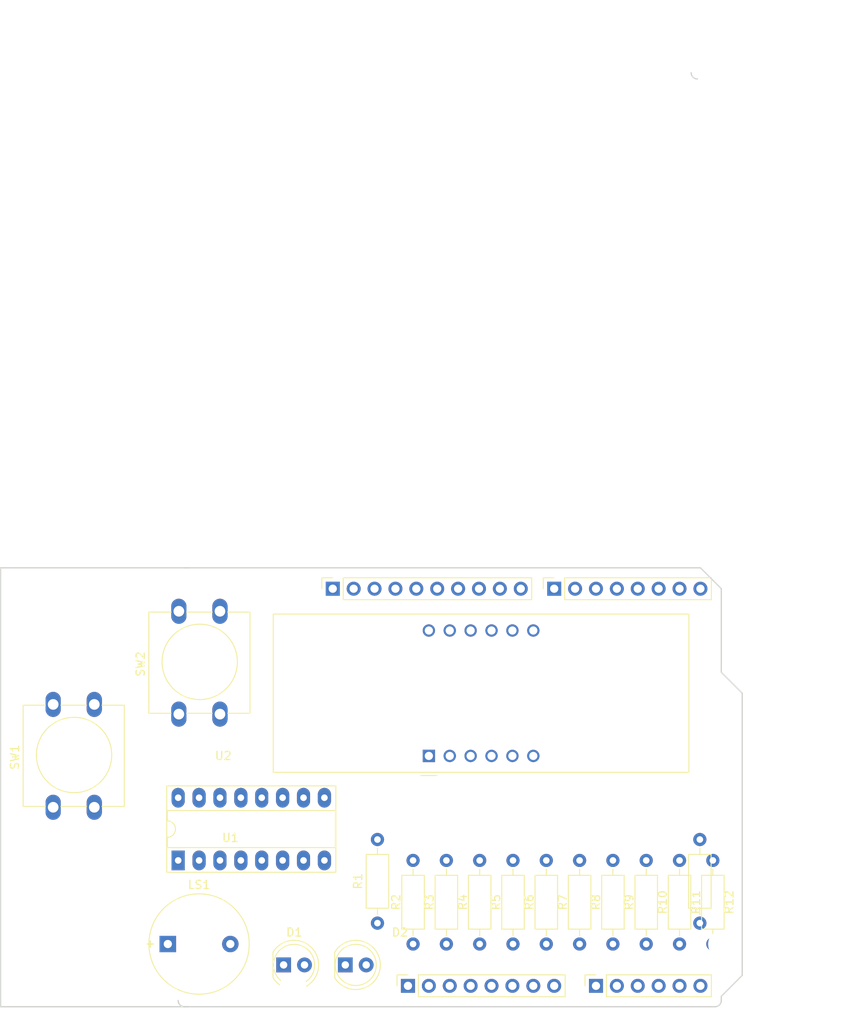
<source format=kicad_pcb>
(kicad_pcb (version 20221018) (generator pcbnew)
  (title_block (date "mar. 31 mars 2015"))
  (layers (0 "F.Cu" signal) (31 "B.Cu" signal) (34 "B.Paste" user) (35 "F.Paste" user) (36 "B.SilkS" user "B.Silkscreen") (37 "F.SilkS" user "F.Silkscreen") (38 "B.Mask" user) (39 "F.Mask" user) (44 "Edge.Cuts" user))
  (net 0 "")
  (net 1 "BUZZER")
  (net 3 "+5V")
  (net 4 "/IOREF")
  (net 5 "/A0")
  (net 6 "/A1")
  (net 7 "/A2")
  (net 8 "/A3")
  (net 9 "/SDA{slash}A4")
  (net 10 "/SCL{slash}A5")
  (net 11 "Net-(D1-A)")
  (net 12 "Net-(D2-A)")
  (net 13 "/AREF")
  (net 14 "Dig1")
  (net 15 "/7")
  (net 16 "Dig2")
  (net 17 "Dig3")
  (net 18 "Dig4")
  (net 19 "/4")
  (net 20 "/2")
  (net 21 "/*6")
  (net 22 "/*5")
  (net 23 "/TX{slash}1")
  (net 24 "/*3")
  (net 25 "/RX{slash}0")
  (net 26 "+3V3")
  (net 27 "VCC")
  (net 28 "/~{RESET}")
  (net 29 "DS")
  (net 30 "ST_CP")
  (net 31 "GREEN_LED")
  (net 32 "RED_LED")
  (net 33 "Button_1")
  (net 34 "Button_2")
  (net 35 "a")
  (net 36 "Net-(U2-a)")
  (net 37 "b")
  (net 38 "Net-(U2-b)")
  (net 39 "c")
  (net 40 "Net-(U2-c)")
  (net 41 "d")
  (net 42 "Net-(U2-d)")
  (net 43 "e")
  (net 44 "Net-(U2-e)")
  (net 45 "f")
  (net 46 "Net-(U2-f)")
  (net 47 "g")
  (net 48 "Net-(U2-g)")
  (net 49 "dp")
  (net 50 "Net-(U2-DPX)")
  (net 52 "SH_CP")
  (footprint "Connector_PinSocket_2.54mm:PinSocket_1x08_P2.54mm_Vertical" (layer "F.Cu") (at 127.94 97.46 90)
    (fp_text reference "J1" hide)
    (fp_text value "Power")
    (fp_line (start -1.33 1.27) (end -1.33 19.11) (stroke (width 0.12)) (layer "F.SilkS"))
    (fp_line (start -1.33 1.27) (end 1.33 1.27) (stroke (width 0.12)) (layer "F.SilkS"))
    (fp_line (start -1.33 19.11) (end 1.33 19.11) (stroke (width 0.12)) (layer "F.SilkS"))
    (fp_line (start 0 -1.33) (end 1.33 -1.33) (stroke (width 0.12)) (layer "F.SilkS"))
    (fp_line (start 1.33 -1.33) (end 1.33 0) (stroke (width 0.12)) (layer "F.SilkS"))
    (fp_line (start 1.33 1.27) (end 1.33 19.11) (stroke (width 0.12)) (layer "F.SilkS"))
    (pad "1" thru_hole rect locked (at 0 0 90) (size 1.7 1.7) (drill 1) (layers "*.Cu" "*.Mask"))
    (pad "2" thru_hole oval locked (at 0 2.54 90) (size 1.7 1.7) (drill 1) (layers "*.Cu" "*.Mask") (net 4 "/IOREF"))
    (pad "3" thru_hole oval locked (at 0 5.08 90) (size 1.7 1.7) (drill 1) (layers "*.Cu" "*.Mask") (net 28 "/~{RESET}"))
    (pad "4" thru_hole oval locked (at 0 7.62 90) (size 1.7 1.7) (drill 1) (layers "*.Cu" "*.Mask") (net 26 "+3V3"))
    (pad "5" thru_hole oval locked (at 0 10.16 90) (size 1.7 1.7) (drill 1) (layers "*.Cu" "*.Mask") (net 3 "+5V"))
    (pad "6" thru_hole oval locked (at 0 12.7 90) (size 1.7 1.7) (drill 1) (layers "*.Cu" "*.Mask") (net 1 "BUZZER"))
    (pad "7" thru_hole oval locked (at 0 15.24 90) (size 1.7 1.7) (drill 1) (layers "*.Cu" "*.Mask") (net 1 "BUZZER"))
    (pad "8" thru_hole oval locked (at 0 17.78 90) (size 1.7 1.7) (drill 1) (layers "*.Cu" "*.Mask") (net 27 "VCC"))
  )
  (footprint "Connector_PinSocket_2.54mm:PinSocket_1x06_P2.54mm_Vertical" (layer "F.Cu") (at 150.8 97.46 90)
    (fp_text reference "J3" hide)
    (fp_text value "Analog")
    (fp_line (start -1.33 1.27) (end -1.33 14.03) (stroke (width 0.12)) (layer "F.SilkS"))
    (fp_line (start -1.33 1.27) (end 1.33 1.27) (stroke (width 0.12)) (layer "F.SilkS"))
    (fp_line (start -1.33 14.03) (end 1.33 14.03) (stroke (width 0.12)) (layer "F.SilkS"))
    (fp_line (start 0 -1.33) (end 1.33 -1.33) (stroke (width 0.12)) (layer "F.SilkS"))
    (fp_line (start 1.33 -1.33) (end 1.33 0) (stroke (width 0.12)) (layer "F.SilkS"))
    (fp_line (start 1.33 1.27) (end 1.33 14.03) (stroke (width 0.12)) (layer "F.SilkS"))
    (pad "1" thru_hole rect locked (at 0 0 90) (size 1.7 1.7) (drill 1) (layers "*.Cu" "*.Mask") (net 5 "/A0"))
    (pad "2" thru_hole oval locked (at 0 2.54 90) (size 1.7 1.7) (drill 1) (layers "*.Cu" "*.Mask") (net 6 "/A1"))
    (pad "3" thru_hole oval locked (at 0 5.08 90) (size 1.7 1.7) (drill 1) (layers "*.Cu" "*.Mask") (net 7 "/A2"))
    (pad "4" thru_hole oval locked (at 0 7.62 90) (size 1.7 1.7) (drill 1) (layers "*.Cu" "*.Mask") (net 8 "/A3"))
    (pad "5" thru_hole oval locked (at 0 10.16 90) (size 1.7 1.7) (drill 1) (layers "*.Cu" "*.Mask") (net 9 "/SDA{slash}A4"))
    (pad "6" thru_hole oval locked (at 0 12.7 90) (size 1.7 1.7) (drill 1) (layers "*.Cu" "*.Mask") (net 10 "/SCL{slash}A5"))
  )
  (footprint "Connector_PinSocket_2.54mm:PinSocket_1x10_P2.54mm_Vertical" (layer "F.Cu") (at 118.796 49.2 90)
    (fp_text reference "J2" hide)
    (fp_text value "Digital/PWM")
    (fp_line (start -1.33 1.27) (end -1.33 24.19) (stroke (width 0.12)) (layer "F.SilkS"))
    (fp_line (start -1.33 1.27) (end 1.33 1.27) (stroke (width 0.12)) (layer "F.SilkS"))
    (fp_line (start -1.33 24.19) (end 1.33 24.19) (stroke (width 0.12)) (layer "F.SilkS"))
    (fp_line (start 0 -1.33) (end 1.33 -1.33) (stroke (width 0.12)) (layer "F.SilkS"))
    (fp_line (start 1.33 -1.33) (end 1.33 0) (stroke (width 0.12)) (layer "F.SilkS"))
    (fp_line (start 1.33 1.27) (end 1.33 24.19) (stroke (width 0.12)) (layer "F.SilkS"))
    (pad "1" thru_hole rect locked (at 0 0 90) (size 1.7 1.7) (drill 1) (layers "*.Cu" "*.Mask") (net 10 "/SCL{slash}A5"))
    (pad "2" thru_hole oval locked (at 0 2.54 90) (size 1.7 1.7) (drill 1) (layers "*.Cu" "*.Mask") (net 9 "/SDA{slash}A4"))
    (pad "3" thru_hole oval locked (at 0 5.08 90) (size 1.7 1.7) (drill 1) (layers "*.Cu" "*.Mask") (net 13 "/AREF"))
    (pad "4" thru_hole oval locked (at 0 7.62 90) (size 1.7 1.7) (drill 1) (layers "*.Cu" "*.Mask") (net 1 "BUZZER"))
    (pad "5" thru_hole oval locked (at 0 10.16 90) (size 1.7 1.7) (drill 1) (layers "*.Cu" "*.Mask") (net 14 "Dig1"))
    (pad "6" thru_hole oval locked (at 0 12.7 90) (size 1.7 1.7) (drill 1) (layers "*.Cu" "*.Mask") (net 16 "Dig2"))
    (pad "7" thru_hole oval locked (at 0 15.24 90) (size 1.7 1.7) (drill 1) (layers "*.Cu" "*.Mask") (net 17 "Dig3"))
    (pad "8" thru_hole oval locked (at 0 17.78 90) (size 1.7 1.7) (drill 1) (layers "*.Cu" "*.Mask") (net 18 "Dig4"))
    (pad "9" thru_hole oval locked (at 0 20.32 90) (size 1.7 1.7) (drill 1) (layers "*.Cu" "*.Mask") (net 29 "DS"))
    (pad "10" thru_hole oval locked (at 0 22.86 90) (size 1.7 1.7) (drill 1) (layers "*.Cu" "*.Mask") (net 30 "ST_CP"))
  )
  (footprint "Connector_PinSocket_2.54mm:PinSocket_1x08_P2.54mm_Vertical" (layer "F.Cu") (at 145.72 49.2 90)
    (fp_text reference "J4" hide)
    (fp_text value "Digital/PWM")
    (fp_line (start -1.33 1.27) (end -1.33 19.11) (stroke (width 0.12)) (layer "F.SilkS"))
    (fp_line (start -1.33 1.27) (end 1.33 1.27) (stroke (width 0.12)) (layer "F.SilkS"))
    (fp_line (start -1.33 19.11) (end 1.33 19.11) (stroke (width 0.12)) (layer "F.SilkS"))
    (fp_line (start 0 -1.33) (end 1.33 -1.33) (stroke (width 0.12)) (layer "F.SilkS"))
    (fp_line (start 1.33 -1.33) (end 1.33 0) (stroke (width 0.12)) (layer "F.SilkS"))
    (fp_line (start 1.33 1.27) (end 1.33 19.11) (stroke (width 0.12)) (layer "F.SilkS"))
    (pad "1" thru_hole rect locked (at 0 0 90) (size 1.7 1.7) (drill 1) (layers "*.Cu" "*.Mask") (net 15 "/7"))
    (pad "2" thru_hole oval locked (at 0 2.54 90) (size 1.7 1.7) (drill 1) (layers "*.Cu" "*.Mask") (net 21 "/*6"))
    (pad "3" thru_hole oval locked (at 0 5.08 90) (size 1.7 1.7) (drill 1) (layers "*.Cu" "*.Mask") (net 22 "/*5"))
    (pad "4" thru_hole oval locked (at 0 7.62 90) (size 1.7 1.7) (drill 1) (layers "*.Cu" "*.Mask") (net 19 "/4"))
    (pad "5" thru_hole oval locked (at 0 10.16 90) (size 1.7 1.7) (drill 1) (layers "*.Cu" "*.Mask") (net 24 "/*3"))
    (pad "6" thru_hole oval locked (at 0 12.7 90) (size 1.7 1.7) (drill 1) (layers "*.Cu" "*.Mask") (net 20 "/2"))
    (pad "7" thru_hole oval locked (at 0 15.24 90) (size 1.7 1.7) (drill 1) (layers "*.Cu" "*.Mask") (net 23 "/TX{slash}1"))
    (pad "8" thru_hole oval locked (at 0 17.78 90) (size 1.7 1.7) (drill 1) (layers "*.Cu" "*.Mask") (net 25 "/RX{slash}0"))
  )
  (footprint "Resistor_THT:R_Axial_DIN0207_L6.3mm_D2.5mm_P10.16mm_Horizontal" (layer "F.Cu") (at 140.71 92.38 90)
    (fp_text reference "R5" (at 5.08 -2.06 90) (layer "F.SilkS"))
    (fp_text value "100")
    (fp_line (start 1.04 0) (end 1.81 0) (stroke (width 0.12)) (layer "F.SilkS"))
    (fp_line (start 1.81 -1.37) (end 1.81 1.37) (stroke (width 0.12)) (layer "F.SilkS"))
    (fp_line (start 1.81 1.37) (end 8.35 1.37) (stroke (width 0.12)) (layer "F.SilkS"))
    (fp_line (start 8.35 -1.37) (end 1.81 -1.37) (stroke (width 0.12)) (layer "F.SilkS"))
    (fp_line (start 8.35 1.37) (end 8.35 -1.37) (stroke (width 0.12)) (layer "F.SilkS"))
    (fp_line (start 9.12 0) (end 8.35 0) (stroke (width 0.12)) (layer "F.SilkS"))
    (pad "1" thru_hole circle (at 0 0 90) (size 1.6 1.6) (drill 0.8) (layers "*.Cu" "*.Mask") (net 35 "a"))
    (pad "2" thru_hole oval (at 10.16 0 90) (size 1.6 1.6) (drill 0.8) (layers "*.Cu" "*.Mask") (net 36 "Net-(U2-a)"))
  )
  (footprint "LED_THT:LED_D5.0mm" (layer "F.Cu") (at 120.32 94.92)
    (fp_text reference "D2" (at 6.64 -3.96) (layer "F.SilkS"))
    (fp_text value "LED")
    (fp_line (start -1.29 -1.545) (end -1.29 1.545) (stroke (width 0.12)) (layer "F.SilkS"))
    (fp_arc (start -1.29 -1.54483) (mid 2.072002 -2.880433) (end 4.26 0.000462) (stroke (width 0.12)) (layer "F.SilkS"))
    (fp_arc (start 4.26 -0.000462) (mid 2.072002 2.880433) (end -1.29 1.54483) (stroke (width 0.12)) (layer "F.SilkS"))
    (fp_circle (center 1.27 0) (end 3.77 0) (stroke (width 0.12)) (fill none) (layer "F.SilkS"))
    (pad "1" thru_hole rect (at 0 0) (size 1.8 1.8) (drill 0.9) (layers "*.Cu" "*.Mask") (net 1 "BUZZER"))
    (pad "2" thru_hole circle (at 2.54 0) (size 1.8 1.8) (drill 0.9) (layers "*.Cu" "*.Mask") (net 12 "Net-(D2-A)"))
  )
  (footprint "Resistor_THT:R_Axial_DIN0207_L6.3mm_D2.5mm_P10.16mm_Horizontal" (layer "F.Cu") (at 144.76 92.38 90)
    (fp_text reference "R6" (at 5.08 -2.06 90) (layer "F.SilkS"))
    (fp_text value "100")
    (fp_line (start 1.04 0) (end 1.81 0) (stroke (width 0.12)) (layer "F.SilkS"))
    (fp_line (start 1.81 -1.37) (end 1.81 1.37) (stroke (width 0.12)) (layer "F.SilkS"))
    (fp_line (start 1.81 1.37) (end 8.35 1.37) (stroke (width 0.12)) (layer "F.SilkS"))
    (fp_line (start 8.35 -1.37) (end 1.81 -1.37) (stroke (width 0.12)) (layer "F.SilkS"))
    (fp_line (start 8.35 1.37) (end 8.35 -1.37) (stroke (width 0.12)) (layer "F.SilkS"))
    (fp_line (start 9.12 0) (end 8.35 0) (stroke (width 0.12)) (layer "F.SilkS"))
    (pad "1" thru_hole circle (at 0 0 90) (size 1.6 1.6) (drill 0.8) (layers "*.Cu" "*.Mask") (net 37 "b"))
    (pad "2" thru_hole oval (at 10.16 0 90) (size 1.6 1.6) (drill 0.8) (layers "*.Cu" "*.Mask") (net 38 "Net-(U2-b)"))
  )
  (footprint "Resistor_THT:R_Axial_DIN0207_L6.3mm_D2.5mm_P10.16mm_Horizontal" (layer "F.Cu") (at 124.23 89.84 90)
    (fp_text reference "R1" (at 5.08 -2.37 90) (layer "F.SilkS"))
    (fp_text value "330")
    (fp_line (start 1.04 0) (end 1.81 0) (stroke (width 0.12)) (layer "F.SilkS"))
    (fp_line (start 1.81 -1.37) (end 1.81 1.37) (stroke (width 0.12)) (layer "F.SilkS"))
    (fp_line (start 1.81 1.37) (end 8.35 1.37) (stroke (width 0.12)) (layer "F.SilkS"))
    (fp_line (start 8.35 -1.37) (end 1.81 -1.37) (stroke (width 0.12)) (layer "F.SilkS"))
    (fp_line (start 8.35 1.37) (end 8.35 -1.37) (stroke (width 0.12)) (layer "F.SilkS"))
    (fp_line (start 9.12 0) (end 8.35 0) (stroke (width 0.12)) (layer "F.SilkS"))
    (pad "1" thru_hole circle (at 0 0 90) (size 1.6 1.6) (drill 0.8) (layers "*.Cu" "*.Mask") (net 31 "GREEN_LED"))
    (pad "2" thru_hole oval (at 10.16 0 90) (size 1.6 1.6) (drill 0.8) (layers "*.Cu" "*.Mask") (net 11 "Net-(D1-A)"))
  )
  (footprint "Buzzer_Beeper:Buzzer_12x9.5RM7.6" (layer "F.Cu") (at 98.74 92.38)
    (fp_text reference "LS1" (at 3.8 -7.2) (layer "F.SilkS"))
    (fp_text value "Speaker")
    (fp_text user "+" (at -2.2 0 90) (layer "F.SilkS"))
    (fp_circle (center 3.8 0) (end 9.9 0) (stroke (width 0.12)) (fill none) (layer "F.SilkS"))
    (pad "1" thru_hole rect (at 0 0) (size 2 2) (drill 1) (layers "*.Cu" "*.Mask") (net 1 "BUZZER"))
    (pad "2" thru_hole circle (at 7.6 0) (size 2 2) (drill 1) (layers "*.Cu" "*.Mask") (net 1 "BUZZER"))
  )
  (footprint "Button_Switch_THT:SW_PUSH-12mm" (layer "F.Cu") (at 84.8 75.76 90)
    (fp_text reference "SW1" (at 6.08 -4.66 90) (layer "F.SilkS"))
    (fp_text value "SW_Push")
    (fp_line (start 0.1 -3.65) (end 12.4 -3.65) (stroke (width 0.12)) (layer "F.SilkS"))
    (fp_line (start 0.1 -0.93) (end 0.1 -3.65) (stroke (width 0.12)) (layer "F.SilkS"))
    (fp_line (start 0.1 4.07) (end 0.1 0.93) (stroke (width 0.12)) (layer "F.SilkS"))
    (fp_line (start 0.1 8.65) (end 0.1 5.93) (stroke (width 0.12)) (layer "F.SilkS"))
    (fp_line (start 12.4 -3.65) (end 12.4 -0.93) (stroke (width 0.12)) (layer "F.SilkS"))
    (fp_line (start 12.4 0.93) (end 12.4 4.07) (stroke (width 0.12)) (layer "F.SilkS"))
    (fp_line (start 12.4 5.93) (end 12.4 8.65) (stroke (width 0.12)) (layer "F.SilkS"))
    (fp_line (start 12.4 8.65) (end 0.1 8.65) (stroke (width 0.12)) (layer "F.SilkS"))
    (fp_circle (center 6.35 2.54) (end 10.16 5.08) (stroke (width 0.12)) (fill none) (layer "F.SilkS"))
    (pad "1" thru_hole oval (at 0 0 90) (size 3.048 1.85) (drill 1.3) (layers "*.Cu" "*.Mask") (net 3 "+5V"))
    (pad "1" thru_hole oval (at 12.5 0 90) (size 3.048 1.85) (drill 1.3) (layers "*.Cu" "*.Mask") (net 3 "+5V"))
    (pad "2" thru_hole oval (at 0 5 90) (size 3.048 1.85) (drill 1.3) (layers "*.Cu" "*.Mask") (net 33 "Button_1"))
    (pad "2" thru_hole oval (at 12.5 5 90) (size 3.048 1.85) (drill 1.3) (layers "*.Cu" "*.Mask") (net 33 "Button_1"))
  )
  (footprint "Resistor_THT:R_Axial_DIN0207_L6.3mm_D2.5mm_P10.16mm_Horizontal" (layer "F.Cu") (at 165.01 92.38 90)
    (fp_text reference "R11" (at 5.08 -2.06 90) (layer "F.SilkS"))
    (fp_text value "100")
    (fp_line (start 1.04 0) (end 1.81 0) (stroke (width 0.12)) (layer "F.SilkS"))
    (fp_line (start 1.81 -1.37) (end 1.81 1.37) (stroke (width 0.12)) (layer "F.SilkS"))
    (fp_line (start 1.81 1.37) (end 8.35 1.37) (stroke (width 0.12)) (layer "F.SilkS"))
    (fp_line (start 8.35 -1.37) (end 1.81 -1.37) (stroke (width 0.12)) (layer "F.SilkS"))
    (fp_line (start 8.35 1.37) (end 8.35 -1.37) (stroke (width 0.12)) (layer "F.SilkS"))
    (fp_line (start 9.12 0) (end 8.35 0) (stroke (width 0.12)) (layer "F.SilkS"))
    (pad "1" thru_hole circle (at 0 0 90) (size 1.6 1.6) (drill 0.8) (layers "*.Cu" "*.Mask") (net 47 "g"))
    (pad "2" thru_hole oval (at 10.16 0 90) (size 1.6 1.6) (drill 0.8) (layers "*.Cu" "*.Mask") (net 48 "Net-(U2-g)"))
  )
  (footprint "LED_THT:LED_D5.0mm" (layer "F.Cu") (at 112.82 94.92)
    (fp_text reference "D1" (at 1.29 -3.96) (layer "F.SilkS"))
    (fp_text value "LED")
    (fp_line (start -1.29 -1.545) (end -1.29 1.545) (stroke (width 0.12)) (layer "F.SilkS"))
    (fp_arc (start -1.29 -1.54483) (mid 2.072002 -2.880433) (end 4.26 0.000462) (stroke (width 0.12)) (layer "F.SilkS"))
    (fp_arc (start 4.26 -0.000462) (mid 2.072002 2.880433) (end -1.29 1.54483) (stroke (width 0.12)) (layer "F.SilkS"))
    (fp_circle (center 1.27 0) (end 3.77 0) (stroke (width 0.12)) (fill none) (layer "F.SilkS"))
    (pad "1" thru_hole rect (at 0 0) (size 1.8 1.8) (drill 0.9) (layers "*.Cu" "*.Mask") (net 1 "BUZZER"))
    (pad "2" thru_hole circle (at 2.54 0) (size 1.8 1.8) (drill 0.9) (layers "*.Cu" "*.Mask") (net 11 "Net-(D1-A)"))
  )
  (footprint "Display_7Segment:CA56-12EWA" (layer "F.Cu") (at 130.48 69.52 90)
    (fp_text reference "U2" (at 0.01 -25 180) (layer "F.SilkS"))
    (fp_text value "CA56-12EWA")
    (fp_line (start -2.38 -1) (end -2.38 1) (stroke (width 0.12)) (layer "F.SilkS"))
    (fp_line (start -2 -18.92) (end -2 31.62) (stroke (width 0.12)) (layer "F.SilkS"))
    (fp_line (start -2 -18.92) (end 17.24 -18.92) (stroke (width 0.12)) (layer "F.SilkS"))
    (fp_line (start -2 31.62) (end 17.24 31.62) (stroke (width 0.12)) (layer "F.SilkS"))
    (fp_line (start 17.24 31.62) (end 17.24 -18.92) (stroke (width 0.12)) (layer "F.SilkS"))
    (pad "1" thru_hole rect (at 0 0 90) (size 1.5 1.5) (drill 1) (layers "*.Cu" "*.Mask") (net 44 "Net-(U2-e)"))
    (pad "2" thru_hole circle (at 0 2.54 90) (size 1.5 1.5) (drill 1) (layers "*.Cu" "*.Mask") (net 42 "Net-(U2-d)"))
    (pad "3" thru_hole circle (at 0 5.08 90) (size 1.5 1.5) (drill 1) (layers "*.Cu" "*.Mask") (net 50 "Net-(U2-DPX)"))
    (pad "4" thru_hole circle (at 0 7.62 90) (size 1.5 1.5) (drill 1) (layers "*.Cu" "*.Mask") (net 40 "Net-(U2-c)"))
    (pad "5" thru_hole circle (at 0 10.16 90) (size 1.5 1.5) (drill 1) (layers "*.Cu" "*.Mask") (net 48 "Net-(U2-g)"))
    (pad "6" thru_hole circle (at 0 12.7 90) (size 1.5 1.5) (drill 1) (layers "*.Cu" "*.Mask") (net 18 "Dig4"))
    (pad "7" thru_hole circle (at 15.24 12.7 90) (size 1.5 1.5) (drill 1) (layers "*.Cu" "*.Mask") (net 38 "Net-(U2-b)"))
    (pad "8" thru_hole circle (at 15.24 10.16 90) (size 1.5 1.5) (drill 1) (layers "*.Cu" "*.Mask") (net 17 "Dig3"))
    (pad "9" thru_hole circle (at 15.24 7.62 90) (size 1.5 1.5) (drill 1) (layers "*.Cu" "*.Mask") (net 16 "Dig2"))
    (pad "10" thru_hole circle (at 15.24 5.08 90) (size 1.5 1.5) (drill 1) (layers "*.Cu" "*.Mask") (net 46 "Net-(U2-f)"))
    (pad "11" thru_hole circle (at 15.24 2.54 90) (size 1.5 1.5) (drill 1) (layers "*.Cu" "*.Mask") (net 36 "Net-(U2-a)"))
    (pad "12" thru_hole circle (at 15.24 0 90) (size 1.5 1.5) (drill 1) (layers "*.Cu" "*.Mask") (net 14 "Dig1"))
  )
  (footprint "Arduino_MountingHole:MountingHole_3.2mm" (layer "F.Cu") (at 115.24 49.2)
    (fp_text reference "MH1" hide)
    (fp_text value "MountingHole_3.2mm" hide)
    (pad "" np_thru_hole circle locked (at 0 0) (size 3.2 3.2) (drill 3.2) (layers "*.Cu" "*.Mask"))
  )
  (footprint "Package_DIP:DIP-16_W7.62mm_Socket_LongPads" (layer "F.Cu") (at 100 82.22 90)
    (fp_text reference "U1" (at 2.75 6.35 180) (layer "F.SilkS"))
    (fp_text value "74HC595")
    (fp_line (start -1.44 -1.39) (end -1.44 19.17) (stroke (width 0.12)) (layer "F.SilkS"))
    (fp_line (start -1.44 19.17) (end 9.06 19.17) (stroke (width 0.12)) (layer "F.SilkS"))
    (fp_line (start 1.56 -1.33) (end 1.56 19.11) (stroke (width 0.12)) (layer "F.SilkS"))
    (fp_line (start 1.56 19.11) (end 6.06 19.11) (stroke (width 0.12)) (layer "F.SilkS"))
    (fp_line (start 2.81 -1.33) (end 1.56 -1.33) (stroke (width 0.12)) (layer "F.SilkS"))
    (fp_line (start 6.06 -1.33) (end 4.81 -1.33) (stroke (width 0.12)) (layer "F.SilkS"))
    (fp_line (start 6.06 19.11) (end 6.06 -1.33) (stroke (width 0.12)) (layer "F.SilkS"))
    (fp_line (start 9.06 -1.39) (end -1.44 -1.39) (stroke (width 0.12)) (layer "F.SilkS"))
    (fp_line (start 9.06 19.17) (end 9.06 -1.39) (stroke (width 0.12)) (layer "F.SilkS"))
    (fp_arc (start 4.81 -1.33) (mid 3.81 -0.33) (end 2.81 -1.33) (stroke (width 0.12)) (layer "F.SilkS"))
    (pad "1" thru_hole rect (at 0 0 90) (size 2.4 1.6) (drill 0.8) (layers "*.Cu" "*.Mask") (net 37 "b"))
    (pad "2" thru_hole oval (at 0 2.54 90) (size 2.4 1.6) (drill 0.8) (layers "*.Cu" "*.Mask") (net 39 "c"))
    (pad "3" thru_hole oval (at 0 5.08 90) (size 2.4 1.6) (drill 0.8) (layers "*.Cu" "*.Mask") (net 41 "d"))
    (pad "4" thru_hole oval (at 0 7.62 90) (size 2.4 1.6) (drill 0.8) (layers "*.Cu" "*.Mask") (net 43 "e"))
    (pad "5" thru_hole oval (at 0 10.16 90) (size 2.4 1.6) (drill 0.8) (layers "*.Cu" "*.Mask") (net 45 "f"))
    (pad "6" thru_hole oval (at 0 12.7 90) (size 2.4 1.6) (drill 0.8) (layers "*.Cu" "*.Mask") (net 47 "g"))
    (pad "7" thru_hole oval (at 0 15.24 90) (size 2.4 1.6) (drill 0.8) (layers "*.Cu" "*.Mask") (net 49 "dp"))
    (pad "8" thru_hole oval (at 0 17.78 90) (size 2.4 1.6) (drill 0.8) (layers "*.Cu" "*.Mask") (net 1 "BUZZER"))
    (pad "9" thru_hole oval (at 7.62 17.78 90) (size 2.4 1.6) (drill 0.8) (layers "*.Cu" "*.Mask"))
    (pad "10" thru_hole oval (at 7.62 15.24 90) (size 2.4 1.6) (drill 0.8) (layers "*.Cu" "*.Mask") (net 3 "+5V"))
    (pad "11" thru_hole oval (at 7.62 12.7 90) (size 2.4 1.6) (drill 0.8) (layers "*.Cu" "*.Mask") (net 52 "SH_CP"))
    (pad "12" thru_hole oval (at 7.62 10.16 90) (size 2.4 1.6) (drill 0.8) (layers "*.Cu" "*.Mask") (net 30 "ST_CP"))
    (pad "13" thru_hole oval (at 7.62 7.62 90) (size 2.4 1.6) (drill 0.8) (layers "*.Cu" "*.Mask") (net 1 "BUZZER"))
    (pad "14" thru_hole oval (at 7.62 5.08 90) (size 2.4 1.6) (drill 0.8) (layers "*.Cu" "*.Mask") (net 29 "DS"))
    (pad "15" thru_hole oval (at 7.62 2.54 90) (size 2.4 1.6) (drill 0.8) (layers "*.Cu" "*.Mask") (net 35 "a"))
    (pad "16" thru_hole oval (at 7.62 0 90) (size 2.4 1.6) (drill 0.8) (layers "*.Cu" "*.Mask") (net 3 "+5V"))
  )
  (footprint "Resistor_THT:R_Axial_DIN0207_L6.3mm_D2.5mm_P10.16mm_Horizontal" (layer "F.Cu") (at 160.96 92.38 90)
    (fp_text reference "R10" (at 5.08 -2.06 90) (layer "F.SilkS"))
    (fp_text value "100")
    (fp_line (start 1.04 0) (end 1.81 0) (stroke (width 0.12)) (layer "F.SilkS"))
    (fp_line (start 1.81 -1.37) (end 1.81 1.37) (stroke (width 0.12)) (layer "F.SilkS"))
    (fp_line (start 1.81 1.37) (end 8.35 1.37) (stroke (width 0.12)) (layer "F.SilkS"))
    (fp_line (start 8.35 -1.37) (end 1.81 -1.37) (stroke (width 0.12)) (layer "F.SilkS"))
    (fp_line (start 8.35 1.37) (end 8.35 -1.37) (stroke (width 0.12)) (layer "F.SilkS"))
    (fp_line (start 9.12 0) (end 8.35 0) (stroke (width 0.12)) (layer "F.SilkS"))
    (pad "1" thru_hole circle (at 0 0 90) (size 1.6 1.6) (drill 0.8) (layers "*.Cu" "*.Mask") (net 45 "f"))
    (pad "2" thru_hole oval (at 10.16 0 90) (size 1.6 1.6) (drill 0.8) (layers "*.Cu" "*.Mask") (net 46 "Net-(U2-f)"))
  )
  (footprint "Resistor_THT:R_Axial_DIN0207_L6.3mm_D2.5mm_P10.16mm_Horizontal" (layer "F.Cu") (at 132.61 92.38 90)
    (fp_text reference "R3" (at 5.08 -2.06 90) (layer "F.SilkS"))
    (fp_text value "10k")
    (fp_line (start 1.04 0) (end 1.81 0) (stroke (width 0.12)) (layer "F.SilkS"))
    (fp_line (start 1.81 -1.37) (end 1.81 1.37) (stroke (width 0.12)) (layer "F.SilkS"))
    (fp_line (start 1.81 1.37) (end 8.35 1.37) (stroke (width 0.12)) (layer "F.SilkS"))
    (fp_line (start 8.35 -1.37) (end 1.81 -1.37) (stroke (width 0.12)) (layer "F.SilkS"))
    (fp_line (start 8.35 1.37) (end 8.35 -1.37) (stroke (width 0.12)) (layer "F.SilkS"))
    (fp_line (start 9.12 0) (end 8.35 0) (stroke (width 0.12)) (layer "F.SilkS"))
    (pad "1" thru_hole circle (at 0 0 90) (size 1.6 1.6) (drill 0.8) (layers "*.Cu" "*.Mask") (net 33 "Button_1"))
    (pad "2" thru_hole oval (at 10.16 0 90) (size 1.6 1.6) (drill 0.8) (layers "*.Cu" "*.Mask") (net 1 "BUZZER"))
  )
  (footprint "Resistor_THT:R_Axial_DIN0207_L6.3mm_D2.5mm_P10.16mm_Horizontal" (layer "F.Cu") (at 128.56 92.38 90)
    (fp_text reference "R2" (at 5.08 -2.06 90) (layer "F.SilkS"))
    (fp_text value "330")
    (fp_line (start 1.04 0) (end 1.81 0) (stroke (width 0.12)) (layer "F.SilkS"))
    (fp_line (start 1.81 -1.37) (end 1.81 1.37) (stroke (width 0.12)) (layer "F.SilkS"))
    (fp_line (start 1.81 1.37) (end 8.35 1.37) (stroke (width 0.12)) (layer "F.SilkS"))
    (fp_line (start 8.35 -1.37) (end 1.81 -1.37) (stroke (width 0.12)) (layer "F.SilkS"))
    (fp_line (start 8.35 1.37) (end 8.35 -1.37) (stroke (width 0.12)) (layer "F.SilkS"))
    (fp_line (start 9.12 0) (end 8.35 0) (stroke (width 0.12)) (layer "F.SilkS"))
    (pad "1" thru_hole circle (at 0 0 90) (size 1.6 1.6) (drill 0.8) (layers "*.Cu" "*.Mask") (net 32 "RED_LED"))
    (pad "2" thru_hole oval (at 10.16 0 90) (size 1.6 1.6) (drill 0.8) (layers "*.Cu" "*.Mask") (net 12 "Net-(D2-A)"))
  )
  (footprint "Resistor_THT:R_Axial_DIN0207_L6.3mm_D2.5mm_P10.16mm_Horizontal" (layer "F.Cu") (at 136.66 92.38 90)
    (fp_text reference "R4" (at 5.08 -2.06 90) (layer "F.SilkS"))
    (fp_text value "10k")
    (fp_line (start 1.04 0) (end 1.81 0) (stroke (width 0.12)) (layer "F.SilkS"))
    (fp_line (start 1.81 -1.37) (end 1.81 1.37) (stroke (width 0.12)) (layer "F.SilkS"))
    (fp_line (start 1.81 1.37) (end 8.35 1.37) (stroke (width 0.12)) (layer "F.SilkS"))
    (fp_line (start 8.35 -1.37) (end 1.81 -1.37) (stroke (width 0.12)) (layer "F.SilkS"))
    (fp_line (start 8.35 1.37) (end 8.35 -1.37) (stroke (width 0.12)) (layer "F.SilkS"))
    (fp_line (start 9.12 0) (end 8.35 0) (stroke (width 0.12)) (layer "F.SilkS"))
    (pad "1" thru_hole circle (at 0 0 90) (size 1.6 1.6) (drill 0.8) (layers "*.Cu" "*.Mask") (net 34 "Button_2"))
    (pad "2" thru_hole oval (at 10.16 0 90) (size 1.6 1.6) (drill 0.8) (layers "*.Cu" "*.Mask") (net 1 "BUZZER"))
  )
  (footprint "Resistor_THT:R_Axial_DIN0207_L6.3mm_D2.5mm_P10.16mm_Horizontal" (layer "F.Cu") (at 163.43 89.84 90)
    (fp_text reference "R12" (at 2.54 3.57 90) (layer "F.SilkS"))
    (fp_text value "100")
    (fp_line (start 1.04 0) (end 1.81 0) (stroke (width 0.12)) (layer "F.SilkS"))
    (fp_line (start 1.81 -1.37) (end 1.81 1.37) (stroke (width 0.12)) (layer "F.SilkS"))
    (fp_line (start 1.81 1.37) (end 8.35 1.37) (stroke (width 0.12)) (layer "F.SilkS"))
    (fp_line (start 8.35 -1.37) (end 1.81 -1.37) (stroke (width 0.12)) (layer "F.SilkS"))
    (fp_line (start 8.35 1.37) (end 8.35 -1.37) (stroke (width 0.12)) (layer "F.SilkS"))
    (fp_line (start 9.12 0) (end 8.35 0) (stroke (width 0.12)) (layer "F.SilkS"))
    (pad "1" thru_hole circle (at 0 0 90) (size 1.6 1.6) (drill 0.8) (layers "*.Cu" "*.Mask") (net 49 "dp"))
    (pad "2" thru_hole oval (at 10.16 0 90) (size 1.6 1.6) (drill 0.8) (layers "*.Cu" "*.Mask") (net 50 "Net-(U2-DPX)"))
  )
  (footprint "Resistor_THT:R_Axial_DIN0207_L6.3mm_D2.5mm_P10.16mm_Horizontal" (layer "F.Cu") (at 148.81 92.38 90)
    (fp_text reference "R7" (at 5.08 -2.06 90) (layer "F.SilkS"))
    (fp_text value "100")
    (fp_line (start 1.04 0) (end 1.81 0) (stroke (width 0.12)) (layer "F.SilkS"))
    (fp_line (start 1.81 -1.37) (end 1.81 1.37) (stroke (width 0.12)) (layer "F.SilkS"))
    (fp_line (start 1.81 1.37) (end 8.35 1.37) (stroke (width 0.12)) (layer "F.SilkS"))
    (fp_line (start 8.35 -1.37) (end 1.81 -1.37) (stroke (width 0.12)) (layer "F.SilkS"))
    (fp_line (start 8.35 1.37) (end 8.35 -1.37) (stroke (width 0.12)) (layer "F.SilkS"))
    (fp_line (start 9.12 0) (end 8.35 0) (stroke (width 0.12)) (layer "F.SilkS"))
    (pad "1" thru_hole circle (at 0 0 90) (size 1.6 1.6) (drill 0.8) (layers "*.Cu" "*.Mask") (net 39 "c"))
    (pad "2" thru_hole oval (at 10.16 0 90) (size 1.6 1.6) (drill 0.8) (layers "*.Cu" "*.Mask") (net 40 "Net-(U2-c)"))
  )
  (footprint "Resistor_THT:R_Axial_DIN0207_L6.3mm_D2.5mm_P10.16mm_Horizontal" (layer "F.Cu") (at 156.91 92.38 90)
    (fp_text reference "R9" (at 5.08 -2.06 90) (layer "F.SilkS"))
    (fp_text value "100")
    (fp_line (start 1.04 0) (end 1.81 0) (stroke (width 0.12)) (layer "F.SilkS"))
    (fp_line (start 1.81 -1.37) (end 1.81 1.37) (stroke (width 0.12)) (layer "F.SilkS"))
    (fp_line (start 1.81 1.37) (end 8.35 1.37) (stroke (width 0.12)) (layer "F.SilkS"))
    (fp_line (start 8.35 -1.37) (end 1.81 -1.37) (stroke (width 0.12)) (layer "F.SilkS"))
    (fp_line (start 8.35 1.37) (end 8.35 -1.37) (stroke (width 0.12)) (layer "F.SilkS"))
    (fp_line (start 9.12 0) (end 8.35 0) (stroke (width 0.12)) (layer "F.SilkS"))
    (pad "1" thru_hole circle (at 0 0 90) (size 1.6 1.6) (drill 0.8) (layers "*.Cu" "*.Mask") (net 43 "e"))
    (pad "2" thru_hole oval (at 10.16 0 90) (size 1.6 1.6) (drill 0.8) (layers "*.Cu" "*.Mask") (net 44 "Net-(U2-e)"))
  )
  (footprint "Arduino_MountingHole:MountingHole_3.2mm" (layer "F.Cu") (at 113.97 97.46)
    (fp_text reference "MH2" hide)
    (fp_text value "MountingHole_3.2mm" hide)
    (pad "" np_thru_hole circle locked (at 0 0) (size 3.2 3.2) (drill 3.2) (layers "*.Cu" "*.Mask"))
  )
  (footprint "Arduino_MountingHole:MountingHole_3.2mm" (layer "F.Cu") (at 166.04 64.44)
    (fp_text reference "MH3" hide)
    (fp_text value "MountingHole_3.2mm" hide)
    (pad "" np_thru_hole circle locked (at 0 0) (size 3.2 3.2) (drill 3.2) (layers "*.Cu" "*.Mask"))
  )
  (footprint "Resistor_THT:R_Axial_DIN0207_L6.3mm_D2.5mm_P10.16mm_Horizontal" (layer "F.Cu") (at 152.86 92.38 90)
    (fp_text reference "R8" (at 5.08 -2.06 90) (layer "F.SilkS"))
    (fp_text value "100")
    (fp_line (start 1.04 0) (end 1.81 0) (stroke (width 0.12)) (layer "F.SilkS"))
    (fp_line (start 1.81 -1.37) (end 1.81 1.37) (stroke (width 0.12)) (layer "F.SilkS"))
    (fp_line (start 1.81 1.37) (end 8.35 1.37) (stroke (width 0.12)) (layer "F.SilkS"))
    (fp_line (start 8.35 -1.37) (end 1.81 -1.37) (stroke (width 0.12)) (layer "F.SilkS"))
    (fp_line (start 8.35 1.37) (end 8.35 -1.37) (stroke (width 0.12)) (layer "F.SilkS"))
    (fp_line (start 9.12 0) (end 8.35 0) (stroke (width 0.12)) (layer "F.SilkS"))
    (pad "1" thru_hole circle (at 0 0 90) (size 1.6 1.6) (drill 0.8) (layers "*.Cu" "*.Mask") (net 41 "d"))
    (pad "2" thru_hole oval (at 10.16 0 90) (size 1.6 1.6) (drill 0.8) (layers "*.Cu" "*.Mask") (net 42 "Net-(U2-d)"))
  )
  (footprint "Button_Switch_THT:SW_PUSH-12mm" (layer "F.Cu") (at 100.08 64.44 90)
    (fp_text reference "SW2" (at 6.08 -4.66 90) (layer "F.SilkS"))
    (fp_text value "SW_Push")
    (fp_line (start 0.1 -3.65) (end 12.4 -3.65) (stroke (width 0.12)) (layer "F.SilkS"))
    (fp_line (start 0.1 -0.93) (end 0.1 -3.65) (stroke (width 0.12)) (layer "F.SilkS"))
    (fp_line (start 0.1 4.07) (end 0.1 0.93) (stroke (width 0.12)) (layer "F.SilkS"))
    (fp_line (start 0.1 8.65) (end 0.1 5.93) (stroke (width 0.12)) (layer "F.SilkS"))
    (fp_line (start 12.4 -3.65) (end 12.4 -0.93) (stroke (width 0.12)) (layer "F.SilkS"))
    (fp_line (start 12.4 0.93) (end 12.4 4.07) (stroke (width 0.12)) (layer "F.SilkS"))
    (fp_line (start 12.4 5.93) (end 12.4 8.65) (stroke (width 0.12)) (layer "F.SilkS"))
    (fp_line (start 12.4 8.65) (end 0.1 8.65) (stroke (width 0.12)) (layer "F.SilkS"))
    (fp_circle (center 6.35 2.54) (end 10.16 5.08) (stroke (width 0.12)) (fill none) (layer "F.SilkS"))
    (pad "1" thru_hole oval (at 0 0 90) (size 3.048 1.85) (drill 1.3) (layers "*.Cu" "*.Mask") (net 3 "+5V"))
    (pad "1" thru_hole oval (at 12.5 0 90) (size 3.048 1.85) (drill 1.3) (layers "*.Cu" "*.Mask") (net 3 "+5V"))
    (pad "2" thru_hole oval (at 0 5 90) (size 3.048 1.85) (drill 1.3) (layers "*.Cu" "*.Mask") (net 34 "Button_2"))
    (pad "2" thru_hole oval (at 12.5 5 90) (size 3.048 1.85) (drill 1.3) (layers "*.Cu" "*.Mask") (net 34 "Button_2"))
  )
  (footprint "Arduino_MountingHole:MountingHole_3.2mm" (layer "F.Cu") (at 166.04 92.38)
    (fp_text reference "MH4" hide)
    (fp_text value "MountingHole_3.2mm" hide)
    (pad "" np_thru_hole circle locked (at 0 0) (size 3.2 3.2) (drill 3.2) (layers "*.Cu" "*.Mask"))
  )
  (gr_line (start 166.04 59.36) (end 168.58 61.9) (stroke (width 0.15)) (layer "Edge.Cuts"))
  (gr_line (start 78.41 100) (end 78.41 46.66) (stroke (width 0.15)) (layer "Edge.Cuts"))
  (gr_line (start 101.27 46.66) (end 78.41 46.66) (stroke (width 0.15)) (layer "Edge.Cuts"))
  (gr_line (start 168.58 61.9) (end 168.58 96.19) (stroke (width 0.15)) (layer "Edge.Cuts"))
  (gr_line (start 165.278 100) (end 100.762 100) (stroke (width 0.15)) (layer "Edge.Cuts"))
  (gr_line (start 100.762 46.66) (end 163.5 46.66) (stroke (width 0.15)) (layer "Edge.Cuts"))
  (gr_arc (start 100.762 100) (mid 100.223185 99.776815) (end 100 99.238) (stroke (width 0.15)) (layer "Edge.Cuts"))
  (gr_line (start 168.58 96.19) (end 166.04 98.73) (stroke (width 0.15)) (layer "Edge.Cuts"))
  (gr_line (start 163.5 46.66) (end 166.04 49.2) (stroke (width 0.15)) (layer "Edge.Cuts"))
  (gr_arc (start 166.04 99.238) (mid 165.816815 99.776815) (end 165.278 100) (stroke (width 0.15)) (layer "Edge.Cuts"))
  (gr_line (start 101.27 100) (end 78.41 100) (stroke (width 0.15)) (layer "Edge.Cuts"))
  (gr_line (start 166.04 49.2) (end 166.04 59.36) (stroke (width 0.15)) (layer "Edge.Cuts"))
  (gr_line (start 166.04 98.73) (end 166.04 99.238) (stroke (width 0.15)) (layer "Edge.Cuts"))
  (gr_arc (start 163.137 -12.745) (mid 162.598185 -12.968185) (end 162.375 -13.507) (stroke (width 0.15)) (layer "Edge.Cuts"))
)
</source>
